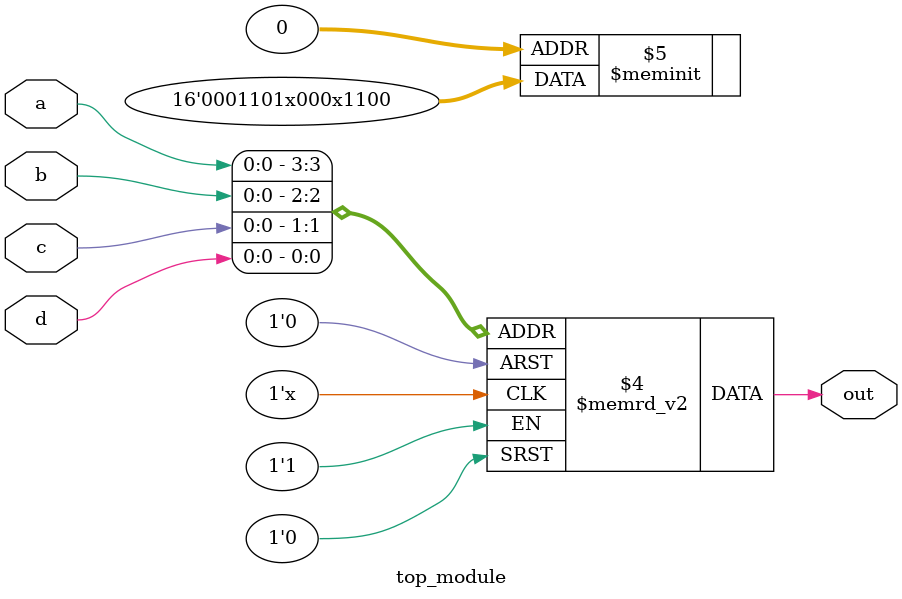
<source format=sv>
module top_module (
	input a, 
	input b,
	input c,
	input d,
	output reg out
);


always @(*)
begin
	case ({a,b,c,d})
		4'b0000, 4'b0001, 4'b0101, 4'b0110, 4'b0111 :
			out = 1'b0;
		4'b0011, 4'b0010, 4'b1100, 4'b1011, 4'b1001 :
			out = 1'b1;
		4'b0100, 4'b1000, 4'b1001 :
			out = 1'bx;
		default :
			out = 1'b0;
	endcase
end

endmodule

</source>
